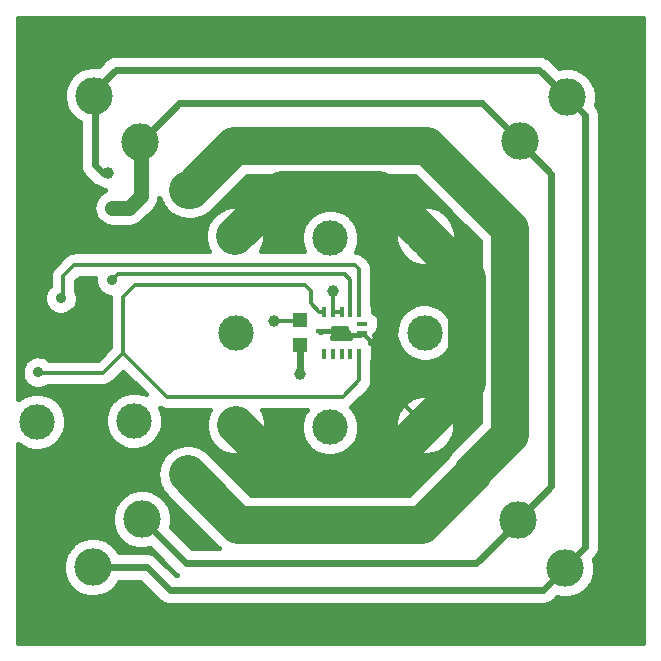
<source format=gbr>
G04 #@! TF.FileFunction,Copper,L2,Bot,Signal*
%FSLAX46Y46*%
G04 Gerber Fmt 4.6, Leading zero omitted, Abs format (unit mm)*
G04 Created by KiCad (PCBNEW 4.0.6) date 05/07/17 20:50:35*
%MOMM*%
%LPD*%
G01*
G04 APERTURE LIST*
%ADD10C,0.100000*%
%ADD11R,1.200000X1.200000*%
%ADD12C,2.540000*%
%ADD13C,3.175000*%
%ADD14R,0.350000X0.805000*%
%ADD15R,0.805000X0.400000*%
%ADD16C,3.000000*%
%ADD17C,1.006400*%
%ADD18C,0.906400*%
%ADD19C,0.304800*%
%ADD20C,0.406400*%
%ADD21C,3.200000*%
%ADD22C,0.609600*%
%ADD23C,1.270000*%
G04 APERTURE END LIST*
D10*
D11*
X124079300Y-101180300D03*
X124079300Y-103280300D03*
D12*
X138711300Y-114031300D03*
D13*
X138711300Y-114031300D03*
D12*
X114571300Y-114212300D03*
D13*
X114571300Y-114212300D03*
D12*
X138600300Y-90162300D03*
D13*
X138600300Y-90162300D03*
D12*
X114650300Y-90102300D03*
D13*
X114650300Y-90102300D03*
D12*
X134666300Y-110058300D03*
D13*
X134666300Y-110058300D03*
D12*
X118674300Y-110046300D03*
D13*
X118674300Y-110046300D03*
D12*
X134715300Y-94041300D03*
D13*
X134715300Y-94041300D03*
D12*
X118568300Y-94067300D03*
D13*
X118568300Y-94067300D03*
D12*
X106674300Y-82154300D03*
D13*
X106674300Y-82154300D03*
D12*
X106555300Y-122067300D03*
D13*
X106555300Y-122067300D03*
D12*
X146552300Y-122128300D03*
D13*
X146552300Y-122128300D03*
D12*
X146669300Y-82278300D03*
D13*
X146669300Y-82278300D03*
D12*
X110551300Y-86090300D03*
D13*
X110551300Y-86090300D03*
D12*
X110696300Y-118013300D03*
D13*
X110696300Y-118013300D03*
D12*
X142515300Y-118040300D03*
D13*
X142515300Y-118040300D03*
D12*
X142680300Y-86008300D03*
D13*
X142680300Y-86008300D03*
D14*
X126109900Y-100483200D03*
X126859900Y-100483200D03*
X127609900Y-100483200D03*
X128359900Y-100483200D03*
X129109900Y-100483200D03*
D15*
X129382400Y-101455700D03*
D14*
X129109900Y-104028200D03*
X128359900Y-104028200D03*
X127609900Y-104028200D03*
X126859900Y-104028200D03*
X126109900Y-104028200D03*
D15*
X125837400Y-102080700D03*
X129382400Y-102255700D03*
D16*
X118643700Y-102204900D03*
X126644700Y-94203900D03*
X134645700Y-102204900D03*
X126644700Y-110231300D03*
X101825100Y-109758900D03*
X110029100Y-109692900D03*
D17*
X121920300Y-101265100D03*
X138272100Y-98728900D03*
X127503100Y-114642900D03*
X131657100Y-103118900D03*
D18*
X101940100Y-105569900D03*
D17*
X124058100Y-105718900D03*
X141864100Y-93423900D03*
X131878100Y-118526900D03*
X116963000Y-116604000D03*
X107850100Y-88711900D03*
X108200100Y-91643900D03*
X126873300Y-98699700D03*
D18*
X103847900Y-99300900D03*
X108175100Y-97787900D03*
D19*
X121920300Y-101265100D02*
X123994500Y-101265100D01*
X123994500Y-101265100D02*
X124079300Y-101180300D01*
D20*
X125837400Y-102080700D02*
X127578900Y-102080700D01*
X127578900Y-102080700D02*
X127944100Y-102445900D01*
X127944100Y-102445900D02*
X129192200Y-102445900D01*
X129192200Y-102445900D02*
X129382400Y-102255700D01*
D21*
X118674300Y-110046300D02*
X118674300Y-110073100D01*
X118674300Y-110073100D02*
X122108100Y-113506900D01*
X122108100Y-113506900D02*
X122108100Y-113508900D01*
X122108100Y-113508900D02*
X123242100Y-114642900D01*
X123242100Y-114642900D02*
X127503100Y-114642900D01*
X127503100Y-114642900D02*
X130081700Y-114642900D01*
X130081700Y-114642900D02*
X134666300Y-110058300D01*
X134715300Y-94041300D02*
X134720500Y-94041300D01*
X134720500Y-94041300D02*
X138272100Y-97592900D01*
X138272100Y-97592900D02*
X138272100Y-98728900D01*
X138272100Y-98728900D02*
X138272100Y-106452500D01*
X138272100Y-106452500D02*
X134666300Y-110058300D01*
X118568300Y-94067300D02*
X118624700Y-94067300D01*
X118624700Y-94067300D02*
X121825100Y-90866900D01*
X121825100Y-90866900D02*
X121825100Y-90864900D01*
X121825100Y-90864900D02*
X122581100Y-90108900D01*
X122581100Y-90108900D02*
X130788100Y-90108900D01*
X130788100Y-90108900D02*
X134720500Y-94041300D01*
D19*
X131657100Y-103118900D02*
X130245600Y-103118900D01*
X130245600Y-103118900D02*
X129382400Y-102255700D01*
X131657100Y-103118900D02*
X131657100Y-107049100D01*
X131657100Y-107049100D02*
X134666300Y-110058300D01*
X126109900Y-100483200D02*
X125737400Y-100483200D01*
X125737400Y-100483200D02*
X124986100Y-99731900D01*
X124986100Y-99731900D02*
X124986100Y-98649900D01*
X124986100Y-98649900D02*
X124509100Y-98172900D01*
X124509100Y-98172900D02*
X110131100Y-98172900D01*
X110131100Y-98172900D02*
X109116100Y-99187900D01*
X109116100Y-99187900D02*
X109116100Y-103927900D01*
X109116100Y-103927900D02*
X107436100Y-105607900D01*
X107436100Y-105607900D02*
X101978100Y-105607900D01*
X101978100Y-105607900D02*
X101940100Y-105569900D01*
X129109900Y-104028200D02*
X129109900Y-106263100D01*
X129109900Y-106263100D02*
X127730100Y-107642900D01*
X127730100Y-107642900D02*
X112831100Y-107642900D01*
X112831100Y-107642900D02*
X109116100Y-103927900D01*
D22*
X124058100Y-105718900D02*
X124058100Y-103301500D01*
X124058100Y-103301500D02*
X124079300Y-103280300D01*
D21*
X138711300Y-114031300D02*
X138711300Y-114211700D01*
X138711300Y-114211700D02*
X134396100Y-118526900D01*
X134396100Y-118526900D02*
X131878100Y-118526900D01*
X131878100Y-118526900D02*
X118885900Y-118526900D01*
X118885900Y-118526900D02*
X116963000Y-116604000D01*
X116963000Y-116604000D02*
X114571300Y-114212300D01*
X138600300Y-90162300D02*
X138602500Y-90162300D01*
X138602500Y-90162300D02*
X141864100Y-93423900D01*
X141864100Y-93423900D02*
X141864100Y-110878500D01*
X141864100Y-110878500D02*
X138711300Y-114031300D01*
X114650300Y-90102300D02*
X114828700Y-90102300D01*
X114828700Y-90102300D02*
X118516100Y-86414900D01*
X118516100Y-86414900D02*
X134855100Y-86414900D01*
X134855100Y-86414900D02*
X138602500Y-90162300D01*
D22*
X106555300Y-122067300D02*
X111100500Y-122067300D01*
X111100500Y-122067300D02*
X113047100Y-124013900D01*
X113047100Y-124013900D02*
X144666700Y-124013900D01*
X144666700Y-124013900D02*
X146552300Y-122128300D01*
X146552300Y-122128300D02*
X146552300Y-122033700D01*
X146552300Y-122033700D02*
X148215100Y-120370900D01*
X148215100Y-120370900D02*
X148215100Y-83824100D01*
X148215100Y-83824100D02*
X146669300Y-82278300D01*
X106674300Y-82154300D02*
X106674300Y-81787700D01*
X106674300Y-81787700D02*
X108509100Y-79952900D01*
X108509100Y-79952900D02*
X144343900Y-79952900D01*
X144343900Y-79952900D02*
X146669300Y-82278300D01*
X107850100Y-88711900D02*
X107395100Y-88711900D01*
X107395100Y-88711900D02*
X106711100Y-88027900D01*
X106711100Y-88027900D02*
X106711100Y-82191100D01*
X106711100Y-82191100D02*
X106674300Y-82154300D01*
X110551300Y-86090300D02*
X110609700Y-86090300D01*
X110609700Y-86090300D02*
X113885100Y-82814900D01*
X113885100Y-82814900D02*
X139486900Y-82814900D01*
X139486900Y-82814900D02*
X142680300Y-86008300D01*
X142680300Y-86008300D02*
X142680300Y-86102100D01*
X142680300Y-86102100D02*
X145361100Y-88782900D01*
X145361100Y-88782900D02*
X145361100Y-115194500D01*
X145361100Y-115194500D02*
X142515300Y-118040300D01*
X142515300Y-118040300D02*
X142515300Y-118260700D01*
X142515300Y-118260700D02*
X139028100Y-121747900D01*
X139028100Y-121747900D02*
X114430900Y-121747900D01*
X114430900Y-121747900D02*
X110696300Y-118013300D01*
D23*
X108200100Y-91643900D02*
X109621100Y-91643900D01*
X109621100Y-91643900D02*
X110606100Y-90658900D01*
X110606100Y-90658900D02*
X110606100Y-86145100D01*
X110606100Y-86145100D02*
X110551300Y-86090300D01*
D19*
X127609900Y-100483200D02*
X126859900Y-100483200D01*
X126873300Y-98699700D02*
X126873300Y-100469800D01*
X126873300Y-100469800D02*
X126859900Y-100483200D01*
X129109900Y-100483200D02*
X129109900Y-96818700D01*
X129109900Y-96818700D02*
X128749100Y-96457900D01*
X128749100Y-96457900D02*
X104963100Y-96457900D01*
X104963100Y-96457900D02*
X104014100Y-97406900D01*
X104014100Y-97406900D02*
X104014100Y-99134700D01*
X104014100Y-99134700D02*
X103847900Y-99300900D01*
X128359900Y-100483200D02*
X128359900Y-97764700D01*
X128359900Y-97764700D02*
X127878100Y-97282900D01*
X127878100Y-97282900D02*
X108680100Y-97282900D01*
X108680100Y-97282900D02*
X108175100Y-97787900D01*
D20*
G36*
X153149900Y-128479700D02*
X100230300Y-128479700D01*
X100230300Y-122281938D01*
X103999245Y-122281938D01*
X104089615Y-122774324D01*
X104273902Y-123239779D01*
X104545086Y-123660576D01*
X104892839Y-124020685D01*
X105303915Y-124306390D01*
X105762656Y-124506808D01*
X106251588Y-124614307D01*
X106752088Y-124624791D01*
X107245093Y-124537861D01*
X107711824Y-124356828D01*
X108134503Y-124088588D01*
X108497031Y-123743357D01*
X108783473Y-123337300D01*
X110574448Y-123337300D01*
X112149074Y-124911926D01*
X112239755Y-124986412D01*
X112329592Y-125061794D01*
X112335446Y-125065012D01*
X112340605Y-125069250D01*
X112443944Y-125124660D01*
X112546794Y-125181202D01*
X112553164Y-125183223D01*
X112559045Y-125186376D01*
X112671188Y-125220662D01*
X112783052Y-125256147D01*
X112789688Y-125256891D01*
X112796075Y-125258844D01*
X112912790Y-125270700D01*
X113029368Y-125283776D01*
X113042423Y-125283867D01*
X113042666Y-125283892D01*
X113042893Y-125283871D01*
X113047100Y-125283900D01*
X144666700Y-125283900D01*
X144783463Y-125272451D01*
X144900318Y-125262228D01*
X144906732Y-125260365D01*
X144913378Y-125259713D01*
X145025662Y-125225812D01*
X145138337Y-125193077D01*
X145144268Y-125190002D01*
X145150659Y-125188073D01*
X145254249Y-125132994D01*
X145358391Y-125079011D01*
X145363607Y-125074847D01*
X145369507Y-125071710D01*
X145460443Y-124997545D01*
X145552100Y-124924376D01*
X145561399Y-124915207D01*
X145561585Y-124915055D01*
X145561728Y-124914883D01*
X145564726Y-124911926D01*
X145881955Y-124594697D01*
X146248588Y-124675307D01*
X146749088Y-124685791D01*
X147242093Y-124598861D01*
X147708824Y-124417828D01*
X148131503Y-124149588D01*
X148494031Y-123804357D01*
X148782599Y-123395286D01*
X148986215Y-122937956D01*
X149097125Y-122449786D01*
X149105109Y-121877995D01*
X149007873Y-121386919D01*
X149004154Y-121377897D01*
X149113125Y-121268926D01*
X149187587Y-121178275D01*
X149262994Y-121088408D01*
X149266212Y-121082554D01*
X149270450Y-121077395D01*
X149325860Y-120974056D01*
X149382402Y-120871206D01*
X149384423Y-120864836D01*
X149387576Y-120858955D01*
X149421862Y-120746812D01*
X149457347Y-120634948D01*
X149458091Y-120628312D01*
X149460044Y-120621925D01*
X149471900Y-120505210D01*
X149484976Y-120388632D01*
X149485067Y-120375577D01*
X149485092Y-120375334D01*
X149485071Y-120375107D01*
X149485100Y-120370900D01*
X149485100Y-83824100D01*
X149473646Y-83707287D01*
X149463427Y-83590482D01*
X149461565Y-83584073D01*
X149460913Y-83577422D01*
X149427004Y-83465110D01*
X149394277Y-83352462D01*
X149391202Y-83346529D01*
X149389273Y-83340141D01*
X149334203Y-83236570D01*
X149280211Y-83132409D01*
X149276047Y-83127193D01*
X149272910Y-83121293D01*
X149198745Y-83030357D01*
X149134567Y-82949962D01*
X149214125Y-82599786D01*
X149222109Y-82027995D01*
X149124873Y-81536919D01*
X148934106Y-81074081D01*
X148657072Y-80657113D01*
X148304325Y-80301894D01*
X147889300Y-80021957D01*
X147427806Y-79827962D01*
X146937421Y-79727301D01*
X146436823Y-79723806D01*
X145995118Y-79808066D01*
X145241926Y-79054874D01*
X145151218Y-78980366D01*
X145061408Y-78905006D01*
X145055558Y-78901790D01*
X145050395Y-78897549D01*
X144947017Y-78842119D01*
X144844206Y-78785598D01*
X144837836Y-78783577D01*
X144831955Y-78780424D01*
X144719812Y-78746138D01*
X144607948Y-78710653D01*
X144601312Y-78709909D01*
X144594925Y-78707956D01*
X144478210Y-78696100D01*
X144361632Y-78683024D01*
X144348577Y-78682933D01*
X144348334Y-78682908D01*
X144348107Y-78682929D01*
X144343900Y-78682900D01*
X108509100Y-78682900D01*
X108392337Y-78694349D01*
X108275482Y-78704572D01*
X108269068Y-78706435D01*
X108262422Y-78707087D01*
X108150138Y-78740988D01*
X108037463Y-78773723D01*
X108031532Y-78776798D01*
X108025141Y-78778727D01*
X107921551Y-78833806D01*
X107817409Y-78887789D01*
X107812193Y-78891953D01*
X107806293Y-78895090D01*
X107715357Y-78969255D01*
X107623700Y-79042424D01*
X107614401Y-79051593D01*
X107614215Y-79051745D01*
X107614072Y-79051917D01*
X107611074Y-79054874D01*
X107042171Y-79623777D01*
X106942421Y-79603301D01*
X106441823Y-79599806D01*
X105950080Y-79693611D01*
X105485922Y-79881143D01*
X105067029Y-80155258D01*
X104709357Y-80505517D01*
X104426529Y-80918577D01*
X104229317Y-81378706D01*
X104125235Y-81868377D01*
X104118245Y-82368938D01*
X104208615Y-82861324D01*
X104392902Y-83326779D01*
X104664086Y-83747576D01*
X105011839Y-84107685D01*
X105422915Y-84393390D01*
X105441100Y-84401335D01*
X105441100Y-88027900D01*
X105452549Y-88144663D01*
X105462772Y-88261518D01*
X105464635Y-88267932D01*
X105465287Y-88274578D01*
X105499188Y-88386862D01*
X105531923Y-88499537D01*
X105534998Y-88505468D01*
X105536927Y-88511859D01*
X105592006Y-88615449D01*
X105645989Y-88719591D01*
X105650153Y-88724807D01*
X105653290Y-88730707D01*
X105727455Y-88821643D01*
X105800624Y-88913300D01*
X105809793Y-88922599D01*
X105809945Y-88922785D01*
X105810117Y-88922928D01*
X105813074Y-88925926D01*
X106497074Y-89609926D01*
X106587755Y-89684412D01*
X106677592Y-89759794D01*
X106683446Y-89763012D01*
X106688605Y-89767250D01*
X106791944Y-89822660D01*
X106894794Y-89879202D01*
X106901164Y-89881223D01*
X106907045Y-89884376D01*
X107008806Y-89915488D01*
X107130261Y-89999901D01*
X107394144Y-90115189D01*
X107602043Y-90160899D01*
X107590311Y-90164441D01*
X107314563Y-90311059D01*
X107072544Y-90508445D01*
X106873474Y-90749080D01*
X106724935Y-91023798D01*
X106632584Y-91322135D01*
X106599939Y-91632729D01*
X106628244Y-91943748D01*
X106716420Y-92243345D01*
X106861110Y-92520111D01*
X107056801Y-92763501D01*
X107296040Y-92964247D01*
X107569714Y-93114700D01*
X107867400Y-93209132D01*
X108177758Y-93243944D01*
X108200100Y-93244100D01*
X109621100Y-93244100D01*
X109768208Y-93229676D01*
X109915459Y-93216793D01*
X109923541Y-93214445D01*
X109931914Y-93213624D01*
X110073439Y-93170896D01*
X110215362Y-93129663D01*
X110222829Y-93125792D01*
X110230889Y-93123359D01*
X110361423Y-93053953D01*
X110492632Y-92985941D01*
X110499209Y-92980690D01*
X110506637Y-92976741D01*
X110621176Y-92883325D01*
X110736704Y-92791100D01*
X110748411Y-92779554D01*
X110748656Y-92779355D01*
X110748843Y-92779129D01*
X110752612Y-92775412D01*
X111737612Y-91790413D01*
X111831434Y-91676192D01*
X111926447Y-91562960D01*
X111930502Y-91555584D01*
X111935841Y-91549084D01*
X112005688Y-91418821D01*
X112076900Y-91289286D01*
X112079443Y-91281268D01*
X112083421Y-91273850D01*
X112126647Y-91132466D01*
X112171332Y-90991600D01*
X112172270Y-90983239D01*
X112174730Y-90975192D01*
X112189667Y-90828143D01*
X112190196Y-90823421D01*
X112233481Y-90932746D01*
X112271888Y-91063241D01*
X112326533Y-91167767D01*
X112368902Y-91274779D01*
X112440810Y-91386358D01*
X112503832Y-91506909D01*
X112577734Y-91598825D01*
X112640086Y-91695576D01*
X112732306Y-91791072D01*
X112817535Y-91897076D01*
X112907878Y-91972882D01*
X112987839Y-92055685D01*
X113096852Y-92131451D01*
X113201047Y-92218881D01*
X113304396Y-92275698D01*
X113398915Y-92341390D01*
X113520560Y-92394535D01*
X113639760Y-92460066D01*
X113752186Y-92495730D01*
X113857656Y-92541808D01*
X113987302Y-92570313D01*
X114116965Y-92611444D01*
X114234175Y-92624591D01*
X114346588Y-92649307D01*
X114479304Y-92652087D01*
X114614484Y-92667250D01*
X114650300Y-92667500D01*
X114828700Y-92667500D01*
X115064567Y-92644373D01*
X115300572Y-92623725D01*
X115313522Y-92619963D01*
X115326950Y-92618646D01*
X115553786Y-92550160D01*
X115781333Y-92484052D01*
X115793312Y-92477843D01*
X115806222Y-92473945D01*
X116015421Y-92362712D01*
X116225808Y-92253658D01*
X116236349Y-92245243D01*
X116248260Y-92238910D01*
X116431904Y-92089133D01*
X116617068Y-91941319D01*
X116635836Y-91922810D01*
X116636228Y-91922491D01*
X116636528Y-91922128D01*
X116642570Y-91916170D01*
X119578640Y-88980100D01*
X133792560Y-88980100D01*
X136759326Y-91946866D01*
X136767535Y-91957076D01*
X136779971Y-91967511D01*
X139298900Y-94486440D01*
X139298900Y-109815959D01*
X136897430Y-112217430D01*
X136825436Y-112305077D01*
X136746357Y-112382517D01*
X136676338Y-112484778D01*
X136594719Y-112582047D01*
X136588220Y-112593869D01*
X136579659Y-112604291D01*
X136526059Y-112704254D01*
X136463529Y-112795577D01*
X136436411Y-112858848D01*
X133333560Y-115961700D01*
X119948440Y-115961700D01*
X118776942Y-114790202D01*
X118776871Y-114790130D01*
X116385170Y-112398430D01*
X116290545Y-112320704D01*
X116206325Y-112235894D01*
X116099920Y-112164123D01*
X115998309Y-112080659D01*
X115890385Y-112022791D01*
X115791300Y-111955957D01*
X115672988Y-111906223D01*
X115557094Y-111844081D01*
X115439984Y-111808277D01*
X115329806Y-111761962D01*
X115204089Y-111736156D01*
X115078331Y-111697708D01*
X114956491Y-111685332D01*
X114839421Y-111661301D01*
X114711092Y-111660405D01*
X114580254Y-111647115D01*
X114458330Y-111658640D01*
X114338823Y-111657806D01*
X114212759Y-111681854D01*
X114081837Y-111694230D01*
X113964479Y-111729216D01*
X113847080Y-111751611D01*
X113728084Y-111799688D01*
X113602063Y-111837257D01*
X113493738Y-111894370D01*
X113382922Y-111939143D01*
X113275525Y-112009421D01*
X113159207Y-112070749D01*
X113064045Y-112147810D01*
X112964029Y-112213258D01*
X112872327Y-112303059D01*
X112770137Y-112385811D01*
X112691751Y-112479893D01*
X112606357Y-112563517D01*
X112533847Y-112669415D01*
X112449673Y-112770444D01*
X112391053Y-112877960D01*
X112323529Y-112976577D01*
X112272969Y-113094543D01*
X112210021Y-113209997D01*
X112173401Y-113326851D01*
X112126317Y-113436706D01*
X112099634Y-113562240D01*
X112060309Y-113687726D01*
X112047083Y-113809476D01*
X112022235Y-113926377D01*
X112020443Y-114054704D01*
X112006241Y-114185438D01*
X112016914Y-114307428D01*
X112015245Y-114426938D01*
X112038414Y-114553178D01*
X112049875Y-114684172D01*
X112084039Y-114801766D01*
X112105615Y-114919324D01*
X112152860Y-115038651D01*
X112189548Y-115164933D01*
X112245907Y-115273661D01*
X112289902Y-115384779D01*
X112359423Y-115492655D01*
X112419942Y-115609408D01*
X112496342Y-115705113D01*
X112561086Y-115805576D01*
X112650243Y-115897901D01*
X112732281Y-116000668D01*
X112757430Y-116026170D01*
X115149130Y-118417871D01*
X115149136Y-118417876D01*
X117072030Y-120340770D01*
X117238974Y-120477900D01*
X114956952Y-120477900D01*
X113162020Y-118682968D01*
X113241125Y-118334786D01*
X113249109Y-117762995D01*
X113151873Y-117271919D01*
X112961106Y-116809081D01*
X112684072Y-116392113D01*
X112331325Y-116036894D01*
X111916300Y-115756957D01*
X111454806Y-115562962D01*
X110964421Y-115462301D01*
X110463823Y-115458806D01*
X109972080Y-115552611D01*
X109507922Y-115740143D01*
X109089029Y-116014258D01*
X108731357Y-116364517D01*
X108448529Y-116777577D01*
X108251317Y-117237706D01*
X108147235Y-117727377D01*
X108140245Y-118227938D01*
X108230615Y-118720324D01*
X108414902Y-119185779D01*
X108686086Y-119606576D01*
X109033839Y-119966685D01*
X109444915Y-120252390D01*
X109903656Y-120452808D01*
X110392588Y-120560307D01*
X110893088Y-120570791D01*
X111373100Y-120486152D01*
X113532874Y-122645926D01*
X113623582Y-122720434D01*
X113651547Y-122743900D01*
X113573152Y-122743900D01*
X111998526Y-121169274D01*
X111907818Y-121094766D01*
X111818008Y-121019406D01*
X111812158Y-121016190D01*
X111806995Y-121011949D01*
X111703617Y-120956519D01*
X111600806Y-120899998D01*
X111594436Y-120897977D01*
X111588555Y-120894824D01*
X111476412Y-120860538D01*
X111364548Y-120825053D01*
X111357912Y-120824309D01*
X111351525Y-120822356D01*
X111234810Y-120810500D01*
X111118232Y-120797424D01*
X111105177Y-120797333D01*
X111104934Y-120797308D01*
X111104707Y-120797329D01*
X111100500Y-120797300D01*
X108776401Y-120797300D01*
X108543072Y-120446113D01*
X108190325Y-120090894D01*
X107775300Y-119810957D01*
X107313806Y-119616962D01*
X106823421Y-119516301D01*
X106322823Y-119512806D01*
X105831080Y-119606611D01*
X105366922Y-119794143D01*
X104948029Y-120068258D01*
X104590357Y-120418517D01*
X104307529Y-120831577D01*
X104110317Y-121291706D01*
X104006235Y-121781377D01*
X103999245Y-122281938D01*
X100230300Y-122281938D01*
X100230300Y-111652748D01*
X100616609Y-111921240D01*
X101059625Y-112114789D01*
X101531798Y-112218603D01*
X102015143Y-112228727D01*
X102491249Y-112144777D01*
X102941981Y-111969949D01*
X103350172Y-111710904D01*
X103700274Y-111377506D01*
X103978950Y-110982457D01*
X104175587Y-110540803D01*
X104282695Y-110069366D01*
X104290406Y-109517175D01*
X104196503Y-109042931D01*
X104012274Y-108595959D01*
X103744737Y-108193283D01*
X103404081Y-107850240D01*
X103003282Y-107579898D01*
X102557607Y-107392553D01*
X102084030Y-107295342D01*
X101600591Y-107291967D01*
X101125704Y-107382556D01*
X100677456Y-107563660D01*
X100272922Y-107828380D01*
X100230300Y-107870119D01*
X100230300Y-105689163D01*
X100519836Y-105689163D01*
X100570049Y-105962756D01*
X100672448Y-106221385D01*
X100823131Y-106455199D01*
X101016359Y-106655292D01*
X101244772Y-106814044D01*
X101499670Y-106925406D01*
X101771343Y-106985137D01*
X102049445Y-106990962D01*
X102323381Y-106942660D01*
X102582719Y-106842070D01*
X102766404Y-106725500D01*
X107436100Y-106725500D01*
X107538783Y-106715432D01*
X107641684Y-106706429D01*
X107647332Y-106704788D01*
X107653176Y-106704215D01*
X107751956Y-106674392D01*
X107851141Y-106645576D01*
X107856359Y-106642871D01*
X107861984Y-106641173D01*
X107953130Y-106592709D01*
X108044789Y-106545198D01*
X108049382Y-106541532D01*
X108054570Y-106538773D01*
X108134557Y-106473537D01*
X108215252Y-106409119D01*
X108223437Y-106401048D01*
X108223599Y-106400916D01*
X108223723Y-106400766D01*
X108226363Y-106398163D01*
X109116100Y-105508426D01*
X111059415Y-107451740D01*
X110761607Y-107326553D01*
X110288030Y-107229342D01*
X109804591Y-107225967D01*
X109329704Y-107316556D01*
X108881456Y-107497660D01*
X108476922Y-107762380D01*
X108131510Y-108100633D01*
X107858376Y-108499534D01*
X107667925Y-108943891D01*
X107567410Y-109416777D01*
X107560660Y-109900181D01*
X107647932Y-110375689D01*
X107825902Y-110825190D01*
X108087791Y-111231563D01*
X108423624Y-111579328D01*
X108820609Y-111855240D01*
X109263625Y-112048789D01*
X109735798Y-112152603D01*
X110219143Y-112162727D01*
X110695249Y-112078777D01*
X111145981Y-111903949D01*
X111554172Y-111644904D01*
X111904274Y-111311506D01*
X112182950Y-110916457D01*
X112379587Y-110474803D01*
X112486695Y-110003366D01*
X112494406Y-109451175D01*
X112400503Y-108976931D01*
X112240265Y-108588166D01*
X112300330Y-108620373D01*
X112390831Y-108670126D01*
X112396431Y-108671902D01*
X112401611Y-108674680D01*
X112500350Y-108704867D01*
X112598738Y-108736078D01*
X112604578Y-108736733D01*
X112610197Y-108738451D01*
X112712891Y-108748882D01*
X112815496Y-108760391D01*
X112826985Y-108760471D01*
X112827199Y-108760493D01*
X112827398Y-108760474D01*
X112831100Y-108760500D01*
X116460817Y-108760500D01*
X116426529Y-108810577D01*
X116229317Y-109270706D01*
X116125235Y-109760377D01*
X116118245Y-110260938D01*
X116208615Y-110753324D01*
X116392902Y-111218779D01*
X116664086Y-111639576D01*
X117011839Y-111999685D01*
X117422915Y-112285390D01*
X117881656Y-112485808D01*
X118370588Y-112593307D01*
X118871088Y-112603791D01*
X119364093Y-112516861D01*
X119830824Y-112335828D01*
X120253503Y-112067588D01*
X120616031Y-111722357D01*
X120904599Y-111313286D01*
X121108215Y-110855956D01*
X121219125Y-110367786D01*
X121227109Y-109795995D01*
X121129873Y-109304919D01*
X120939106Y-108842081D01*
X120884903Y-108760500D01*
X124663940Y-108760500D01*
X124473976Y-109037934D01*
X124283525Y-109482291D01*
X124183010Y-109955177D01*
X124176260Y-110438581D01*
X124263532Y-110914089D01*
X124441502Y-111363590D01*
X124703391Y-111769963D01*
X125039224Y-112117728D01*
X125436209Y-112393640D01*
X125879225Y-112587189D01*
X126351398Y-112691003D01*
X126834743Y-112701127D01*
X127310849Y-112617177D01*
X127761581Y-112442349D01*
X128169772Y-112183304D01*
X128519874Y-111849906D01*
X128798550Y-111454857D01*
X128995187Y-111013203D01*
X129102295Y-110541766D01*
X129106049Y-110272938D01*
X132110245Y-110272938D01*
X132200615Y-110765324D01*
X132384902Y-111230779D01*
X132656086Y-111651576D01*
X133003839Y-112011685D01*
X133414915Y-112297390D01*
X133873656Y-112497808D01*
X134362588Y-112605307D01*
X134863088Y-112615791D01*
X135356093Y-112528861D01*
X135822824Y-112347828D01*
X136245503Y-112079588D01*
X136608031Y-111734357D01*
X136896599Y-111325286D01*
X137100215Y-110867956D01*
X137211125Y-110379786D01*
X137219109Y-109807995D01*
X137121873Y-109316919D01*
X136931106Y-108854081D01*
X136654072Y-108437113D01*
X136301325Y-108081894D01*
X135886300Y-107801957D01*
X135424806Y-107607962D01*
X134934421Y-107507301D01*
X134433823Y-107503806D01*
X133942080Y-107597611D01*
X133477922Y-107785143D01*
X133059029Y-108059258D01*
X132701357Y-108409517D01*
X132418529Y-108822577D01*
X132221317Y-109282706D01*
X132117235Y-109772377D01*
X132110245Y-110272938D01*
X129106049Y-110272938D01*
X129110006Y-109989575D01*
X129016103Y-109515331D01*
X128831874Y-109068359D01*
X128564337Y-108665683D01*
X128417356Y-108517672D01*
X128428557Y-108508537D01*
X128509252Y-108444119D01*
X128517437Y-108436048D01*
X128517599Y-108435916D01*
X128517723Y-108435766D01*
X128520363Y-108433163D01*
X129900163Y-107053362D01*
X129965671Y-106973611D01*
X130032047Y-106894507D01*
X130034879Y-106889356D01*
X130038608Y-106884816D01*
X130087394Y-106793831D01*
X130137126Y-106703369D01*
X130138902Y-106697769D01*
X130141680Y-106692589D01*
X130171863Y-106593863D01*
X130203078Y-106495462D01*
X130203733Y-106489621D01*
X130205451Y-106484002D01*
X130215882Y-106381314D01*
X130227391Y-106278704D01*
X130227471Y-106267215D01*
X130227493Y-106267001D01*
X130227474Y-106266802D01*
X130227500Y-106263100D01*
X130227500Y-104622594D01*
X130254770Y-104430700D01*
X130254770Y-103625700D01*
X130242513Y-103471995D01*
X130161779Y-103211296D01*
X130059408Y-103055941D01*
X130097338Y-103040230D01*
X130205371Y-102968045D01*
X130297245Y-102876170D01*
X130369430Y-102768138D01*
X130419152Y-102648098D01*
X130444500Y-102520665D01*
X130444500Y-102445600D01*
X130411081Y-102412181D01*
X132177260Y-102412181D01*
X132264532Y-102887689D01*
X132442502Y-103337190D01*
X132704391Y-103743563D01*
X133040224Y-104091328D01*
X133437209Y-104367240D01*
X133880225Y-104560789D01*
X134352398Y-104664603D01*
X134835743Y-104674727D01*
X135311849Y-104590777D01*
X135762581Y-104415949D01*
X136170772Y-104156904D01*
X136520874Y-103823506D01*
X136799550Y-103428457D01*
X136996187Y-102986803D01*
X137103295Y-102515366D01*
X137111006Y-101963175D01*
X137017103Y-101488931D01*
X136832874Y-101041959D01*
X136565337Y-100639283D01*
X136224681Y-100296240D01*
X135823882Y-100025898D01*
X135378207Y-99838553D01*
X134904630Y-99741342D01*
X134421191Y-99737967D01*
X133946304Y-99828556D01*
X133498056Y-100009660D01*
X133093522Y-100274380D01*
X132748110Y-100612633D01*
X132474976Y-101011534D01*
X132284525Y-101455891D01*
X132184010Y-101928777D01*
X132177260Y-102412181D01*
X130411081Y-102412181D01*
X130399536Y-102400636D01*
X130427190Y-102382413D01*
X130604219Y-102174704D01*
X130716372Y-101925899D01*
X130754770Y-101655700D01*
X130754770Y-101255700D01*
X130742513Y-101101995D01*
X130661779Y-100841296D01*
X130511613Y-100613410D01*
X130303904Y-100436381D01*
X130254770Y-100414233D01*
X130254770Y-100080700D01*
X130242513Y-99926995D01*
X130227500Y-99878516D01*
X130227500Y-96818700D01*
X130217427Y-96715967D01*
X130208428Y-96613116D01*
X130206788Y-96607473D01*
X130206215Y-96601624D01*
X130176365Y-96502756D01*
X130147575Y-96403659D01*
X130144873Y-96398446D01*
X130143173Y-96392816D01*
X130094691Y-96301634D01*
X130047198Y-96210011D01*
X130043532Y-96205418D01*
X130040773Y-96200230D01*
X129975537Y-96120243D01*
X129911119Y-96039548D01*
X129903051Y-96031367D01*
X129902916Y-96031201D01*
X129902762Y-96031074D01*
X129900162Y-96028437D01*
X129539363Y-95667637D01*
X129459586Y-95602108D01*
X129380507Y-95535753D01*
X129375356Y-95532921D01*
X129370816Y-95529192D01*
X129279831Y-95480406D01*
X129189369Y-95430674D01*
X129183769Y-95428898D01*
X129178589Y-95426120D01*
X129079863Y-95395937D01*
X128981462Y-95364722D01*
X128975621Y-95364067D01*
X128970002Y-95362349D01*
X128867314Y-95351918D01*
X128833853Y-95348165D01*
X128995187Y-94985803D01*
X129102295Y-94514366D01*
X129105903Y-94255938D01*
X132159245Y-94255938D01*
X132249615Y-94748324D01*
X132433902Y-95213779D01*
X132705086Y-95634576D01*
X133052839Y-95994685D01*
X133463915Y-96280390D01*
X133922656Y-96480808D01*
X134411588Y-96588307D01*
X134912088Y-96598791D01*
X135405093Y-96511861D01*
X135871824Y-96330828D01*
X136294503Y-96062588D01*
X136657031Y-95717357D01*
X136945599Y-95308286D01*
X137149215Y-94850956D01*
X137260125Y-94362786D01*
X137268109Y-93790995D01*
X137170873Y-93299919D01*
X136980106Y-92837081D01*
X136703072Y-92420113D01*
X136350325Y-92064894D01*
X135935300Y-91784957D01*
X135473806Y-91590962D01*
X134983421Y-91490301D01*
X134482823Y-91486806D01*
X133991080Y-91580611D01*
X133526922Y-91768143D01*
X133108029Y-92042258D01*
X132750357Y-92392517D01*
X132467529Y-92805577D01*
X132270317Y-93265706D01*
X132166235Y-93755377D01*
X132159245Y-94255938D01*
X129105903Y-94255938D01*
X129110006Y-93962175D01*
X129016103Y-93487931D01*
X128831874Y-93040959D01*
X128564337Y-92638283D01*
X128223681Y-92295240D01*
X127822882Y-92024898D01*
X127377207Y-91837553D01*
X126903630Y-91740342D01*
X126420191Y-91736967D01*
X125945304Y-91827556D01*
X125497056Y-92008660D01*
X125092522Y-92273380D01*
X124747110Y-92611633D01*
X124473976Y-93010534D01*
X124283525Y-93454891D01*
X124183010Y-93927777D01*
X124176260Y-94411181D01*
X124263532Y-94886689D01*
X124441502Y-95336190D01*
X124444151Y-95340300D01*
X120794357Y-95340300D01*
X120798599Y-95334286D01*
X121002215Y-94876956D01*
X121113125Y-94388786D01*
X121121109Y-93816995D01*
X121023873Y-93325919D01*
X120833106Y-92863081D01*
X120556072Y-92446113D01*
X120203325Y-92090894D01*
X119788300Y-91810957D01*
X119326806Y-91616962D01*
X118836421Y-91516301D01*
X118335823Y-91512806D01*
X117844080Y-91606611D01*
X117379922Y-91794143D01*
X116961029Y-92068258D01*
X116603357Y-92418517D01*
X116320529Y-92831577D01*
X116123317Y-93291706D01*
X116019235Y-93781377D01*
X116012245Y-94281938D01*
X116102615Y-94774324D01*
X116286902Y-95239779D01*
X116351683Y-95340300D01*
X104963100Y-95340300D01*
X104860413Y-95350369D01*
X104757516Y-95359371D01*
X104751868Y-95361012D01*
X104746024Y-95361585D01*
X104647244Y-95391408D01*
X104548059Y-95420224D01*
X104542841Y-95422929D01*
X104537216Y-95424627D01*
X104446109Y-95473070D01*
X104354411Y-95520601D01*
X104349815Y-95524270D01*
X104344630Y-95527027D01*
X104264671Y-95592240D01*
X104183948Y-95656681D01*
X104175767Y-95664749D01*
X104175601Y-95664884D01*
X104175474Y-95665038D01*
X104172838Y-95667637D01*
X103223837Y-96616637D01*
X103158308Y-96696414D01*
X103091953Y-96775493D01*
X103089121Y-96780644D01*
X103085392Y-96785184D01*
X103036606Y-96876169D01*
X102986874Y-96966631D01*
X102985098Y-96972231D01*
X102982320Y-96977411D01*
X102952137Y-97076137D01*
X102920922Y-97174538D01*
X102920267Y-97180379D01*
X102918549Y-97185998D01*
X102908118Y-97288686D01*
X102896609Y-97391296D01*
X102896529Y-97402785D01*
X102896507Y-97402999D01*
X102896526Y-97403198D01*
X102896500Y-97406900D01*
X102896500Y-98247254D01*
X102756085Y-98384759D01*
X102598933Y-98614274D01*
X102489353Y-98869943D01*
X102431519Y-99142027D01*
X102427636Y-99420163D01*
X102477849Y-99693756D01*
X102580248Y-99952385D01*
X102730931Y-100186199D01*
X102924159Y-100386292D01*
X103152572Y-100545044D01*
X103407470Y-100656406D01*
X103679143Y-100716137D01*
X103957245Y-100721962D01*
X104231181Y-100673660D01*
X104490519Y-100573070D01*
X104725380Y-100424023D01*
X104926817Y-100232196D01*
X105087159Y-100004897D01*
X105200298Y-99750783D01*
X105261924Y-99479533D01*
X105266361Y-99161819D01*
X105212332Y-98888954D01*
X105131700Y-98693325D01*
X105131700Y-97869826D01*
X105426025Y-97575500D01*
X106770097Y-97575500D01*
X106758719Y-97629027D01*
X106754836Y-97907163D01*
X106805049Y-98180756D01*
X106907448Y-98439385D01*
X107058131Y-98673199D01*
X107251359Y-98873292D01*
X107479772Y-99032044D01*
X107734670Y-99143406D01*
X107998500Y-99201413D01*
X107998500Y-103464975D01*
X106973174Y-104490300D01*
X102867052Y-104490300D01*
X102848597Y-104471716D01*
X102617990Y-104316169D01*
X102361562Y-104208377D01*
X102089081Y-104152445D01*
X101810925Y-104150503D01*
X101537689Y-104202625D01*
X101279781Y-104306827D01*
X101047025Y-104459138D01*
X100848285Y-104653759D01*
X100691133Y-104883274D01*
X100581553Y-105138943D01*
X100523719Y-105411027D01*
X100519836Y-105689163D01*
X100230300Y-105689163D01*
X100230300Y-75560100D01*
X153149900Y-75560100D01*
X153149900Y-128479700D01*
X153149900Y-128479700D01*
G37*
X153149900Y-128479700D02*
X100230300Y-128479700D01*
X100230300Y-122281938D01*
X103999245Y-122281938D01*
X104089615Y-122774324D01*
X104273902Y-123239779D01*
X104545086Y-123660576D01*
X104892839Y-124020685D01*
X105303915Y-124306390D01*
X105762656Y-124506808D01*
X106251588Y-124614307D01*
X106752088Y-124624791D01*
X107245093Y-124537861D01*
X107711824Y-124356828D01*
X108134503Y-124088588D01*
X108497031Y-123743357D01*
X108783473Y-123337300D01*
X110574448Y-123337300D01*
X112149074Y-124911926D01*
X112239755Y-124986412D01*
X112329592Y-125061794D01*
X112335446Y-125065012D01*
X112340605Y-125069250D01*
X112443944Y-125124660D01*
X112546794Y-125181202D01*
X112553164Y-125183223D01*
X112559045Y-125186376D01*
X112671188Y-125220662D01*
X112783052Y-125256147D01*
X112789688Y-125256891D01*
X112796075Y-125258844D01*
X112912790Y-125270700D01*
X113029368Y-125283776D01*
X113042423Y-125283867D01*
X113042666Y-125283892D01*
X113042893Y-125283871D01*
X113047100Y-125283900D01*
X144666700Y-125283900D01*
X144783463Y-125272451D01*
X144900318Y-125262228D01*
X144906732Y-125260365D01*
X144913378Y-125259713D01*
X145025662Y-125225812D01*
X145138337Y-125193077D01*
X145144268Y-125190002D01*
X145150659Y-125188073D01*
X145254249Y-125132994D01*
X145358391Y-125079011D01*
X145363607Y-125074847D01*
X145369507Y-125071710D01*
X145460443Y-124997545D01*
X145552100Y-124924376D01*
X145561399Y-124915207D01*
X145561585Y-124915055D01*
X145561728Y-124914883D01*
X145564726Y-124911926D01*
X145881955Y-124594697D01*
X146248588Y-124675307D01*
X146749088Y-124685791D01*
X147242093Y-124598861D01*
X147708824Y-124417828D01*
X148131503Y-124149588D01*
X148494031Y-123804357D01*
X148782599Y-123395286D01*
X148986215Y-122937956D01*
X149097125Y-122449786D01*
X149105109Y-121877995D01*
X149007873Y-121386919D01*
X149004154Y-121377897D01*
X149113125Y-121268926D01*
X149187587Y-121178275D01*
X149262994Y-121088408D01*
X149266212Y-121082554D01*
X149270450Y-121077395D01*
X149325860Y-120974056D01*
X149382402Y-120871206D01*
X149384423Y-120864836D01*
X149387576Y-120858955D01*
X149421862Y-120746812D01*
X149457347Y-120634948D01*
X149458091Y-120628312D01*
X149460044Y-120621925D01*
X149471900Y-120505210D01*
X149484976Y-120388632D01*
X149485067Y-120375577D01*
X149485092Y-120375334D01*
X149485071Y-120375107D01*
X149485100Y-120370900D01*
X149485100Y-83824100D01*
X149473646Y-83707287D01*
X149463427Y-83590482D01*
X149461565Y-83584073D01*
X149460913Y-83577422D01*
X149427004Y-83465110D01*
X149394277Y-83352462D01*
X149391202Y-83346529D01*
X149389273Y-83340141D01*
X149334203Y-83236570D01*
X149280211Y-83132409D01*
X149276047Y-83127193D01*
X149272910Y-83121293D01*
X149198745Y-83030357D01*
X149134567Y-82949962D01*
X149214125Y-82599786D01*
X149222109Y-82027995D01*
X149124873Y-81536919D01*
X148934106Y-81074081D01*
X148657072Y-80657113D01*
X148304325Y-80301894D01*
X147889300Y-80021957D01*
X147427806Y-79827962D01*
X146937421Y-79727301D01*
X146436823Y-79723806D01*
X145995118Y-79808066D01*
X145241926Y-79054874D01*
X145151218Y-78980366D01*
X145061408Y-78905006D01*
X145055558Y-78901790D01*
X145050395Y-78897549D01*
X144947017Y-78842119D01*
X144844206Y-78785598D01*
X144837836Y-78783577D01*
X144831955Y-78780424D01*
X144719812Y-78746138D01*
X144607948Y-78710653D01*
X144601312Y-78709909D01*
X144594925Y-78707956D01*
X144478210Y-78696100D01*
X144361632Y-78683024D01*
X144348577Y-78682933D01*
X144348334Y-78682908D01*
X144348107Y-78682929D01*
X144343900Y-78682900D01*
X108509100Y-78682900D01*
X108392337Y-78694349D01*
X108275482Y-78704572D01*
X108269068Y-78706435D01*
X108262422Y-78707087D01*
X108150138Y-78740988D01*
X108037463Y-78773723D01*
X108031532Y-78776798D01*
X108025141Y-78778727D01*
X107921551Y-78833806D01*
X107817409Y-78887789D01*
X107812193Y-78891953D01*
X107806293Y-78895090D01*
X107715357Y-78969255D01*
X107623700Y-79042424D01*
X107614401Y-79051593D01*
X107614215Y-79051745D01*
X107614072Y-79051917D01*
X107611074Y-79054874D01*
X107042171Y-79623777D01*
X106942421Y-79603301D01*
X106441823Y-79599806D01*
X105950080Y-79693611D01*
X105485922Y-79881143D01*
X105067029Y-80155258D01*
X104709357Y-80505517D01*
X104426529Y-80918577D01*
X104229317Y-81378706D01*
X104125235Y-81868377D01*
X104118245Y-82368938D01*
X104208615Y-82861324D01*
X104392902Y-83326779D01*
X104664086Y-83747576D01*
X105011839Y-84107685D01*
X105422915Y-84393390D01*
X105441100Y-84401335D01*
X105441100Y-88027900D01*
X105452549Y-88144663D01*
X105462772Y-88261518D01*
X105464635Y-88267932D01*
X105465287Y-88274578D01*
X105499188Y-88386862D01*
X105531923Y-88499537D01*
X105534998Y-88505468D01*
X105536927Y-88511859D01*
X105592006Y-88615449D01*
X105645989Y-88719591D01*
X105650153Y-88724807D01*
X105653290Y-88730707D01*
X105727455Y-88821643D01*
X105800624Y-88913300D01*
X105809793Y-88922599D01*
X105809945Y-88922785D01*
X105810117Y-88922928D01*
X105813074Y-88925926D01*
X106497074Y-89609926D01*
X106587755Y-89684412D01*
X106677592Y-89759794D01*
X106683446Y-89763012D01*
X106688605Y-89767250D01*
X106791944Y-89822660D01*
X106894794Y-89879202D01*
X106901164Y-89881223D01*
X106907045Y-89884376D01*
X107008806Y-89915488D01*
X107130261Y-89999901D01*
X107394144Y-90115189D01*
X107602043Y-90160899D01*
X107590311Y-90164441D01*
X107314563Y-90311059D01*
X107072544Y-90508445D01*
X106873474Y-90749080D01*
X106724935Y-91023798D01*
X106632584Y-91322135D01*
X106599939Y-91632729D01*
X106628244Y-91943748D01*
X106716420Y-92243345D01*
X106861110Y-92520111D01*
X107056801Y-92763501D01*
X107296040Y-92964247D01*
X107569714Y-93114700D01*
X107867400Y-93209132D01*
X108177758Y-93243944D01*
X108200100Y-93244100D01*
X109621100Y-93244100D01*
X109768208Y-93229676D01*
X109915459Y-93216793D01*
X109923541Y-93214445D01*
X109931914Y-93213624D01*
X110073439Y-93170896D01*
X110215362Y-93129663D01*
X110222829Y-93125792D01*
X110230889Y-93123359D01*
X110361423Y-93053953D01*
X110492632Y-92985941D01*
X110499209Y-92980690D01*
X110506637Y-92976741D01*
X110621176Y-92883325D01*
X110736704Y-92791100D01*
X110748411Y-92779554D01*
X110748656Y-92779355D01*
X110748843Y-92779129D01*
X110752612Y-92775412D01*
X111737612Y-91790413D01*
X111831434Y-91676192D01*
X111926447Y-91562960D01*
X111930502Y-91555584D01*
X111935841Y-91549084D01*
X112005688Y-91418821D01*
X112076900Y-91289286D01*
X112079443Y-91281268D01*
X112083421Y-91273850D01*
X112126647Y-91132466D01*
X112171332Y-90991600D01*
X112172270Y-90983239D01*
X112174730Y-90975192D01*
X112189667Y-90828143D01*
X112190196Y-90823421D01*
X112233481Y-90932746D01*
X112271888Y-91063241D01*
X112326533Y-91167767D01*
X112368902Y-91274779D01*
X112440810Y-91386358D01*
X112503832Y-91506909D01*
X112577734Y-91598825D01*
X112640086Y-91695576D01*
X112732306Y-91791072D01*
X112817535Y-91897076D01*
X112907878Y-91972882D01*
X112987839Y-92055685D01*
X113096852Y-92131451D01*
X113201047Y-92218881D01*
X113304396Y-92275698D01*
X113398915Y-92341390D01*
X113520560Y-92394535D01*
X113639760Y-92460066D01*
X113752186Y-92495730D01*
X113857656Y-92541808D01*
X113987302Y-92570313D01*
X114116965Y-92611444D01*
X114234175Y-92624591D01*
X114346588Y-92649307D01*
X114479304Y-92652087D01*
X114614484Y-92667250D01*
X114650300Y-92667500D01*
X114828700Y-92667500D01*
X115064567Y-92644373D01*
X115300572Y-92623725D01*
X115313522Y-92619963D01*
X115326950Y-92618646D01*
X115553786Y-92550160D01*
X115781333Y-92484052D01*
X115793312Y-92477843D01*
X115806222Y-92473945D01*
X116015421Y-92362712D01*
X116225808Y-92253658D01*
X116236349Y-92245243D01*
X116248260Y-92238910D01*
X116431904Y-92089133D01*
X116617068Y-91941319D01*
X116635836Y-91922810D01*
X116636228Y-91922491D01*
X116636528Y-91922128D01*
X116642570Y-91916170D01*
X119578640Y-88980100D01*
X133792560Y-88980100D01*
X136759326Y-91946866D01*
X136767535Y-91957076D01*
X136779971Y-91967511D01*
X139298900Y-94486440D01*
X139298900Y-109815959D01*
X136897430Y-112217430D01*
X136825436Y-112305077D01*
X136746357Y-112382517D01*
X136676338Y-112484778D01*
X136594719Y-112582047D01*
X136588220Y-112593869D01*
X136579659Y-112604291D01*
X136526059Y-112704254D01*
X136463529Y-112795577D01*
X136436411Y-112858848D01*
X133333560Y-115961700D01*
X119948440Y-115961700D01*
X118776942Y-114790202D01*
X118776871Y-114790130D01*
X116385170Y-112398430D01*
X116290545Y-112320704D01*
X116206325Y-112235894D01*
X116099920Y-112164123D01*
X115998309Y-112080659D01*
X115890385Y-112022791D01*
X115791300Y-111955957D01*
X115672988Y-111906223D01*
X115557094Y-111844081D01*
X115439984Y-111808277D01*
X115329806Y-111761962D01*
X115204089Y-111736156D01*
X115078331Y-111697708D01*
X114956491Y-111685332D01*
X114839421Y-111661301D01*
X114711092Y-111660405D01*
X114580254Y-111647115D01*
X114458330Y-111658640D01*
X114338823Y-111657806D01*
X114212759Y-111681854D01*
X114081837Y-111694230D01*
X113964479Y-111729216D01*
X113847080Y-111751611D01*
X113728084Y-111799688D01*
X113602063Y-111837257D01*
X113493738Y-111894370D01*
X113382922Y-111939143D01*
X113275525Y-112009421D01*
X113159207Y-112070749D01*
X113064045Y-112147810D01*
X112964029Y-112213258D01*
X112872327Y-112303059D01*
X112770137Y-112385811D01*
X112691751Y-112479893D01*
X112606357Y-112563517D01*
X112533847Y-112669415D01*
X112449673Y-112770444D01*
X112391053Y-112877960D01*
X112323529Y-112976577D01*
X112272969Y-113094543D01*
X112210021Y-113209997D01*
X112173401Y-113326851D01*
X112126317Y-113436706D01*
X112099634Y-113562240D01*
X112060309Y-113687726D01*
X112047083Y-113809476D01*
X112022235Y-113926377D01*
X112020443Y-114054704D01*
X112006241Y-114185438D01*
X112016914Y-114307428D01*
X112015245Y-114426938D01*
X112038414Y-114553178D01*
X112049875Y-114684172D01*
X112084039Y-114801766D01*
X112105615Y-114919324D01*
X112152860Y-115038651D01*
X112189548Y-115164933D01*
X112245907Y-115273661D01*
X112289902Y-115384779D01*
X112359423Y-115492655D01*
X112419942Y-115609408D01*
X112496342Y-115705113D01*
X112561086Y-115805576D01*
X112650243Y-115897901D01*
X112732281Y-116000668D01*
X112757430Y-116026170D01*
X115149130Y-118417871D01*
X115149136Y-118417876D01*
X117072030Y-120340770D01*
X117238974Y-120477900D01*
X114956952Y-120477900D01*
X113162020Y-118682968D01*
X113241125Y-118334786D01*
X113249109Y-117762995D01*
X113151873Y-117271919D01*
X112961106Y-116809081D01*
X112684072Y-116392113D01*
X112331325Y-116036894D01*
X111916300Y-115756957D01*
X111454806Y-115562962D01*
X110964421Y-115462301D01*
X110463823Y-115458806D01*
X109972080Y-115552611D01*
X109507922Y-115740143D01*
X109089029Y-116014258D01*
X108731357Y-116364517D01*
X108448529Y-116777577D01*
X108251317Y-117237706D01*
X108147235Y-117727377D01*
X108140245Y-118227938D01*
X108230615Y-118720324D01*
X108414902Y-119185779D01*
X108686086Y-119606576D01*
X109033839Y-119966685D01*
X109444915Y-120252390D01*
X109903656Y-120452808D01*
X110392588Y-120560307D01*
X110893088Y-120570791D01*
X111373100Y-120486152D01*
X113532874Y-122645926D01*
X113623582Y-122720434D01*
X113651547Y-122743900D01*
X113573152Y-122743900D01*
X111998526Y-121169274D01*
X111907818Y-121094766D01*
X111818008Y-121019406D01*
X111812158Y-121016190D01*
X111806995Y-121011949D01*
X111703617Y-120956519D01*
X111600806Y-120899998D01*
X111594436Y-120897977D01*
X111588555Y-120894824D01*
X111476412Y-120860538D01*
X111364548Y-120825053D01*
X111357912Y-120824309D01*
X111351525Y-120822356D01*
X111234810Y-120810500D01*
X111118232Y-120797424D01*
X111105177Y-120797333D01*
X111104934Y-120797308D01*
X111104707Y-120797329D01*
X111100500Y-120797300D01*
X108776401Y-120797300D01*
X108543072Y-120446113D01*
X108190325Y-120090894D01*
X107775300Y-119810957D01*
X107313806Y-119616962D01*
X106823421Y-119516301D01*
X106322823Y-119512806D01*
X105831080Y-119606611D01*
X105366922Y-119794143D01*
X104948029Y-120068258D01*
X104590357Y-120418517D01*
X104307529Y-120831577D01*
X104110317Y-121291706D01*
X104006235Y-121781377D01*
X103999245Y-122281938D01*
X100230300Y-122281938D01*
X100230300Y-111652748D01*
X100616609Y-111921240D01*
X101059625Y-112114789D01*
X101531798Y-112218603D01*
X102015143Y-112228727D01*
X102491249Y-112144777D01*
X102941981Y-111969949D01*
X103350172Y-111710904D01*
X103700274Y-111377506D01*
X103978950Y-110982457D01*
X104175587Y-110540803D01*
X104282695Y-110069366D01*
X104290406Y-109517175D01*
X104196503Y-109042931D01*
X104012274Y-108595959D01*
X103744737Y-108193283D01*
X103404081Y-107850240D01*
X103003282Y-107579898D01*
X102557607Y-107392553D01*
X102084030Y-107295342D01*
X101600591Y-107291967D01*
X101125704Y-107382556D01*
X100677456Y-107563660D01*
X100272922Y-107828380D01*
X100230300Y-107870119D01*
X100230300Y-105689163D01*
X100519836Y-105689163D01*
X100570049Y-105962756D01*
X100672448Y-106221385D01*
X100823131Y-106455199D01*
X101016359Y-106655292D01*
X101244772Y-106814044D01*
X101499670Y-106925406D01*
X101771343Y-106985137D01*
X102049445Y-106990962D01*
X102323381Y-106942660D01*
X102582719Y-106842070D01*
X102766404Y-106725500D01*
X107436100Y-106725500D01*
X107538783Y-106715432D01*
X107641684Y-106706429D01*
X107647332Y-106704788D01*
X107653176Y-106704215D01*
X107751956Y-106674392D01*
X107851141Y-106645576D01*
X107856359Y-106642871D01*
X107861984Y-106641173D01*
X107953130Y-106592709D01*
X108044789Y-106545198D01*
X108049382Y-106541532D01*
X108054570Y-106538773D01*
X108134557Y-106473537D01*
X108215252Y-106409119D01*
X108223437Y-106401048D01*
X108223599Y-106400916D01*
X108223723Y-106400766D01*
X108226363Y-106398163D01*
X109116100Y-105508426D01*
X111059415Y-107451740D01*
X110761607Y-107326553D01*
X110288030Y-107229342D01*
X109804591Y-107225967D01*
X109329704Y-107316556D01*
X108881456Y-107497660D01*
X108476922Y-107762380D01*
X108131510Y-108100633D01*
X107858376Y-108499534D01*
X107667925Y-108943891D01*
X107567410Y-109416777D01*
X107560660Y-109900181D01*
X107647932Y-110375689D01*
X107825902Y-110825190D01*
X108087791Y-111231563D01*
X108423624Y-111579328D01*
X108820609Y-111855240D01*
X109263625Y-112048789D01*
X109735798Y-112152603D01*
X110219143Y-112162727D01*
X110695249Y-112078777D01*
X111145981Y-111903949D01*
X111554172Y-111644904D01*
X111904274Y-111311506D01*
X112182950Y-110916457D01*
X112379587Y-110474803D01*
X112486695Y-110003366D01*
X112494406Y-109451175D01*
X112400503Y-108976931D01*
X112240265Y-108588166D01*
X112300330Y-108620373D01*
X112390831Y-108670126D01*
X112396431Y-108671902D01*
X112401611Y-108674680D01*
X112500350Y-108704867D01*
X112598738Y-108736078D01*
X112604578Y-108736733D01*
X112610197Y-108738451D01*
X112712891Y-108748882D01*
X112815496Y-108760391D01*
X112826985Y-108760471D01*
X112827199Y-108760493D01*
X112827398Y-108760474D01*
X112831100Y-108760500D01*
X116460817Y-108760500D01*
X116426529Y-108810577D01*
X116229317Y-109270706D01*
X116125235Y-109760377D01*
X116118245Y-110260938D01*
X116208615Y-110753324D01*
X116392902Y-111218779D01*
X116664086Y-111639576D01*
X117011839Y-111999685D01*
X117422915Y-112285390D01*
X117881656Y-112485808D01*
X118370588Y-112593307D01*
X118871088Y-112603791D01*
X119364093Y-112516861D01*
X119830824Y-112335828D01*
X120253503Y-112067588D01*
X120616031Y-111722357D01*
X120904599Y-111313286D01*
X121108215Y-110855956D01*
X121219125Y-110367786D01*
X121227109Y-109795995D01*
X121129873Y-109304919D01*
X120939106Y-108842081D01*
X120884903Y-108760500D01*
X124663940Y-108760500D01*
X124473976Y-109037934D01*
X124283525Y-109482291D01*
X124183010Y-109955177D01*
X124176260Y-110438581D01*
X124263532Y-110914089D01*
X124441502Y-111363590D01*
X124703391Y-111769963D01*
X125039224Y-112117728D01*
X125436209Y-112393640D01*
X125879225Y-112587189D01*
X126351398Y-112691003D01*
X126834743Y-112701127D01*
X127310849Y-112617177D01*
X127761581Y-112442349D01*
X128169772Y-112183304D01*
X128519874Y-111849906D01*
X128798550Y-111454857D01*
X128995187Y-111013203D01*
X129102295Y-110541766D01*
X129106049Y-110272938D01*
X132110245Y-110272938D01*
X132200615Y-110765324D01*
X132384902Y-111230779D01*
X132656086Y-111651576D01*
X133003839Y-112011685D01*
X133414915Y-112297390D01*
X133873656Y-112497808D01*
X134362588Y-112605307D01*
X134863088Y-112615791D01*
X135356093Y-112528861D01*
X135822824Y-112347828D01*
X136245503Y-112079588D01*
X136608031Y-111734357D01*
X136896599Y-111325286D01*
X137100215Y-110867956D01*
X137211125Y-110379786D01*
X137219109Y-109807995D01*
X137121873Y-109316919D01*
X136931106Y-108854081D01*
X136654072Y-108437113D01*
X136301325Y-108081894D01*
X135886300Y-107801957D01*
X135424806Y-107607962D01*
X134934421Y-107507301D01*
X134433823Y-107503806D01*
X133942080Y-107597611D01*
X133477922Y-107785143D01*
X133059029Y-108059258D01*
X132701357Y-108409517D01*
X132418529Y-108822577D01*
X132221317Y-109282706D01*
X132117235Y-109772377D01*
X132110245Y-110272938D01*
X129106049Y-110272938D01*
X129110006Y-109989575D01*
X129016103Y-109515331D01*
X128831874Y-109068359D01*
X128564337Y-108665683D01*
X128417356Y-108517672D01*
X128428557Y-108508537D01*
X128509252Y-108444119D01*
X128517437Y-108436048D01*
X128517599Y-108435916D01*
X128517723Y-108435766D01*
X128520363Y-108433163D01*
X129900163Y-107053362D01*
X129965671Y-106973611D01*
X130032047Y-106894507D01*
X130034879Y-106889356D01*
X130038608Y-106884816D01*
X130087394Y-106793831D01*
X130137126Y-106703369D01*
X130138902Y-106697769D01*
X130141680Y-106692589D01*
X130171863Y-106593863D01*
X130203078Y-106495462D01*
X130203733Y-106489621D01*
X130205451Y-106484002D01*
X130215882Y-106381314D01*
X130227391Y-106278704D01*
X130227471Y-106267215D01*
X130227493Y-106267001D01*
X130227474Y-106266802D01*
X130227500Y-106263100D01*
X130227500Y-104622594D01*
X130254770Y-104430700D01*
X130254770Y-103625700D01*
X130242513Y-103471995D01*
X130161779Y-103211296D01*
X130059408Y-103055941D01*
X130097338Y-103040230D01*
X130205371Y-102968045D01*
X130297245Y-102876170D01*
X130369430Y-102768138D01*
X130419152Y-102648098D01*
X130444500Y-102520665D01*
X130444500Y-102445600D01*
X130411081Y-102412181D01*
X132177260Y-102412181D01*
X132264532Y-102887689D01*
X132442502Y-103337190D01*
X132704391Y-103743563D01*
X133040224Y-104091328D01*
X133437209Y-104367240D01*
X133880225Y-104560789D01*
X134352398Y-104664603D01*
X134835743Y-104674727D01*
X135311849Y-104590777D01*
X135762581Y-104415949D01*
X136170772Y-104156904D01*
X136520874Y-103823506D01*
X136799550Y-103428457D01*
X136996187Y-102986803D01*
X137103295Y-102515366D01*
X137111006Y-101963175D01*
X137017103Y-101488931D01*
X136832874Y-101041959D01*
X136565337Y-100639283D01*
X136224681Y-100296240D01*
X135823882Y-100025898D01*
X135378207Y-99838553D01*
X134904630Y-99741342D01*
X134421191Y-99737967D01*
X133946304Y-99828556D01*
X133498056Y-100009660D01*
X133093522Y-100274380D01*
X132748110Y-100612633D01*
X132474976Y-101011534D01*
X132284525Y-101455891D01*
X132184010Y-101928777D01*
X132177260Y-102412181D01*
X130411081Y-102412181D01*
X130399536Y-102400636D01*
X130427190Y-102382413D01*
X130604219Y-102174704D01*
X130716372Y-101925899D01*
X130754770Y-101655700D01*
X130754770Y-101255700D01*
X130742513Y-101101995D01*
X130661779Y-100841296D01*
X130511613Y-100613410D01*
X130303904Y-100436381D01*
X130254770Y-100414233D01*
X130254770Y-100080700D01*
X130242513Y-99926995D01*
X130227500Y-99878516D01*
X130227500Y-96818700D01*
X130217427Y-96715967D01*
X130208428Y-96613116D01*
X130206788Y-96607473D01*
X130206215Y-96601624D01*
X130176365Y-96502756D01*
X130147575Y-96403659D01*
X130144873Y-96398446D01*
X130143173Y-96392816D01*
X130094691Y-96301634D01*
X130047198Y-96210011D01*
X130043532Y-96205418D01*
X130040773Y-96200230D01*
X129975537Y-96120243D01*
X129911119Y-96039548D01*
X129903051Y-96031367D01*
X129902916Y-96031201D01*
X129902762Y-96031074D01*
X129900162Y-96028437D01*
X129539363Y-95667637D01*
X129459586Y-95602108D01*
X129380507Y-95535753D01*
X129375356Y-95532921D01*
X129370816Y-95529192D01*
X129279831Y-95480406D01*
X129189369Y-95430674D01*
X129183769Y-95428898D01*
X129178589Y-95426120D01*
X129079863Y-95395937D01*
X128981462Y-95364722D01*
X128975621Y-95364067D01*
X128970002Y-95362349D01*
X128867314Y-95351918D01*
X128833853Y-95348165D01*
X128995187Y-94985803D01*
X129102295Y-94514366D01*
X129105903Y-94255938D01*
X132159245Y-94255938D01*
X132249615Y-94748324D01*
X132433902Y-95213779D01*
X132705086Y-95634576D01*
X133052839Y-95994685D01*
X133463915Y-96280390D01*
X133922656Y-96480808D01*
X134411588Y-96588307D01*
X134912088Y-96598791D01*
X135405093Y-96511861D01*
X135871824Y-96330828D01*
X136294503Y-96062588D01*
X136657031Y-95717357D01*
X136945599Y-95308286D01*
X137149215Y-94850956D01*
X137260125Y-94362786D01*
X137268109Y-93790995D01*
X137170873Y-93299919D01*
X136980106Y-92837081D01*
X136703072Y-92420113D01*
X136350325Y-92064894D01*
X135935300Y-91784957D01*
X135473806Y-91590962D01*
X134983421Y-91490301D01*
X134482823Y-91486806D01*
X133991080Y-91580611D01*
X133526922Y-91768143D01*
X133108029Y-92042258D01*
X132750357Y-92392517D01*
X132467529Y-92805577D01*
X132270317Y-93265706D01*
X132166235Y-93755377D01*
X132159245Y-94255938D01*
X129105903Y-94255938D01*
X129110006Y-93962175D01*
X129016103Y-93487931D01*
X128831874Y-93040959D01*
X128564337Y-92638283D01*
X128223681Y-92295240D01*
X127822882Y-92024898D01*
X127377207Y-91837553D01*
X126903630Y-91740342D01*
X126420191Y-91736967D01*
X125945304Y-91827556D01*
X125497056Y-92008660D01*
X125092522Y-92273380D01*
X124747110Y-92611633D01*
X124473976Y-93010534D01*
X124283525Y-93454891D01*
X124183010Y-93927777D01*
X124176260Y-94411181D01*
X124263532Y-94886689D01*
X124441502Y-95336190D01*
X124444151Y-95340300D01*
X120794357Y-95340300D01*
X120798599Y-95334286D01*
X121002215Y-94876956D01*
X121113125Y-94388786D01*
X121121109Y-93816995D01*
X121023873Y-93325919D01*
X120833106Y-92863081D01*
X120556072Y-92446113D01*
X120203325Y-92090894D01*
X119788300Y-91810957D01*
X119326806Y-91616962D01*
X118836421Y-91516301D01*
X118335823Y-91512806D01*
X117844080Y-91606611D01*
X117379922Y-91794143D01*
X116961029Y-92068258D01*
X116603357Y-92418517D01*
X116320529Y-92831577D01*
X116123317Y-93291706D01*
X116019235Y-93781377D01*
X116012245Y-94281938D01*
X116102615Y-94774324D01*
X116286902Y-95239779D01*
X116351683Y-95340300D01*
X104963100Y-95340300D01*
X104860413Y-95350369D01*
X104757516Y-95359371D01*
X104751868Y-95361012D01*
X104746024Y-95361585D01*
X104647244Y-95391408D01*
X104548059Y-95420224D01*
X104542841Y-95422929D01*
X104537216Y-95424627D01*
X104446109Y-95473070D01*
X104354411Y-95520601D01*
X104349815Y-95524270D01*
X104344630Y-95527027D01*
X104264671Y-95592240D01*
X104183948Y-95656681D01*
X104175767Y-95664749D01*
X104175601Y-95664884D01*
X104175474Y-95665038D01*
X104172838Y-95667637D01*
X103223837Y-96616637D01*
X103158308Y-96696414D01*
X103091953Y-96775493D01*
X103089121Y-96780644D01*
X103085392Y-96785184D01*
X103036606Y-96876169D01*
X102986874Y-96966631D01*
X102985098Y-96972231D01*
X102982320Y-96977411D01*
X102952137Y-97076137D01*
X102920922Y-97174538D01*
X102920267Y-97180379D01*
X102918549Y-97185998D01*
X102908118Y-97288686D01*
X102896609Y-97391296D01*
X102896529Y-97402785D01*
X102896507Y-97402999D01*
X102896526Y-97403198D01*
X102896500Y-97406900D01*
X102896500Y-98247254D01*
X102756085Y-98384759D01*
X102598933Y-98614274D01*
X102489353Y-98869943D01*
X102431519Y-99142027D01*
X102427636Y-99420163D01*
X102477849Y-99693756D01*
X102580248Y-99952385D01*
X102730931Y-100186199D01*
X102924159Y-100386292D01*
X103152572Y-100545044D01*
X103407470Y-100656406D01*
X103679143Y-100716137D01*
X103957245Y-100721962D01*
X104231181Y-100673660D01*
X104490519Y-100573070D01*
X104725380Y-100424023D01*
X104926817Y-100232196D01*
X105087159Y-100004897D01*
X105200298Y-99750783D01*
X105261924Y-99479533D01*
X105266361Y-99161819D01*
X105212332Y-98888954D01*
X105131700Y-98693325D01*
X105131700Y-97869826D01*
X105426025Y-97575500D01*
X106770097Y-97575500D01*
X106758719Y-97629027D01*
X106754836Y-97907163D01*
X106805049Y-98180756D01*
X106907448Y-98439385D01*
X107058131Y-98673199D01*
X107251359Y-98873292D01*
X107479772Y-99032044D01*
X107734670Y-99143406D01*
X107998500Y-99201413D01*
X107998500Y-103464975D01*
X106973174Y-104490300D01*
X102867052Y-104490300D01*
X102848597Y-104471716D01*
X102617990Y-104316169D01*
X102361562Y-104208377D01*
X102089081Y-104152445D01*
X101810925Y-104150503D01*
X101537689Y-104202625D01*
X101279781Y-104306827D01*
X101047025Y-104459138D01*
X100848285Y-104653759D01*
X100691133Y-104883274D01*
X100581553Y-105138943D01*
X100523719Y-105411027D01*
X100519836Y-105689163D01*
X100230300Y-105689163D01*
X100230300Y-75560100D01*
X153149900Y-75560100D01*
X153149900Y-128479700D01*
G36*
X128029756Y-101833522D02*
X128103021Y-102070104D01*
X128253187Y-102297990D01*
X128369110Y-102396790D01*
X128320300Y-102445600D01*
X128320300Y-102520665D01*
X128345648Y-102648098D01*
X128348851Y-102655830D01*
X128184900Y-102655830D01*
X128031195Y-102668087D01*
X127980853Y-102683677D01*
X127784900Y-102655830D01*
X127434900Y-102655830D01*
X127281195Y-102668087D01*
X127230853Y-102683677D01*
X127034900Y-102655830D01*
X126782540Y-102655830D01*
X126824430Y-102593138D01*
X126874152Y-102473098D01*
X126899500Y-102345665D01*
X126899500Y-102270600D01*
X126734600Y-102105700D01*
X125862400Y-102105700D01*
X125862400Y-102125700D01*
X125812400Y-102125700D01*
X125812400Y-102105700D01*
X125792400Y-102105700D01*
X125792400Y-102055700D01*
X125812400Y-102055700D01*
X125812400Y-102035700D01*
X125862400Y-102035700D01*
X125862400Y-102055700D01*
X126734600Y-102055700D01*
X126899500Y-101890800D01*
X126899500Y-101855570D01*
X127034900Y-101855570D01*
X127188605Y-101843313D01*
X127238947Y-101827723D01*
X127434900Y-101855570D01*
X127784900Y-101855570D01*
X127938605Y-101843313D01*
X127988947Y-101827723D01*
X128029756Y-101833522D01*
X128029756Y-101833522D01*
G37*
X128029756Y-101833522D02*
X128103021Y-102070104D01*
X128253187Y-102297990D01*
X128369110Y-102396790D01*
X128320300Y-102445600D01*
X128320300Y-102520665D01*
X128345648Y-102648098D01*
X128348851Y-102655830D01*
X128184900Y-102655830D01*
X128031195Y-102668087D01*
X127980853Y-102683677D01*
X127784900Y-102655830D01*
X127434900Y-102655830D01*
X127281195Y-102668087D01*
X127230853Y-102683677D01*
X127034900Y-102655830D01*
X126782540Y-102655830D01*
X126824430Y-102593138D01*
X126874152Y-102473098D01*
X126899500Y-102345665D01*
X126899500Y-102270600D01*
X126734600Y-102105700D01*
X125862400Y-102105700D01*
X125862400Y-102125700D01*
X125812400Y-102125700D01*
X125812400Y-102105700D01*
X125792400Y-102105700D01*
X125792400Y-102055700D01*
X125812400Y-102055700D01*
X125812400Y-102035700D01*
X125862400Y-102035700D01*
X125862400Y-102055700D01*
X126734600Y-102055700D01*
X126899500Y-101890800D01*
X126899500Y-101855570D01*
X127034900Y-101855570D01*
X127188605Y-101843313D01*
X127238947Y-101827723D01*
X127434900Y-101855570D01*
X127784900Y-101855570D01*
X127938605Y-101843313D01*
X127988947Y-101827723D01*
X128029756Y-101833522D01*
M02*

</source>
